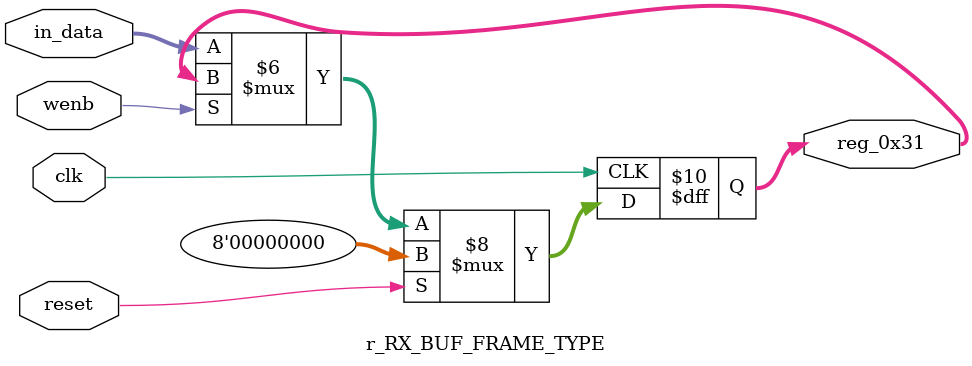
<source format=v>
module r_RX_BUF_FRAME_TYPE(output reg [7:0] reg_0x31, input wire reset, input wire wenb, input wire [7:0] in_data, input wire clk);
	always@(posedge clk)
	begin
		if(reset==0) begin
			if(wenb==0)
				reg_0x31<=in_data;
			else
				reg_0x31<=reg_0x31;
		end
		else
			reg_0x31<=8'h00;
	end
endmodule
</source>
